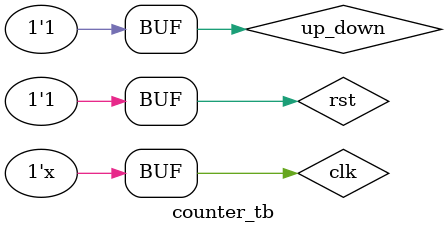
<source format=v>
module counter_up_down #(parameter DATA_WIDTH=4)(clk,rst,up_down,out);
input clk,rst,up_down;
output reg [DATA_WIDTH-1:0]out;
always @(*) 
begin
if(rst==0) out<=0;
if(up_down==1) out<=out+1;
if(up_down==0) out<=out-1;
end
endmodule

module counter_tb;
reg clk,rst,up_down;
wire [3:0]out;
counter_up_down counter(clk,rst,up_down,out);
initial begin 
clk=0;
rst=0;
up_down=1;
end
always #10 clk=!clk;
initial begin
#200 rst=1;
#200 up_down=0;
#100 rst=1;
#20 up_down=1;
end

endmodule


</source>
